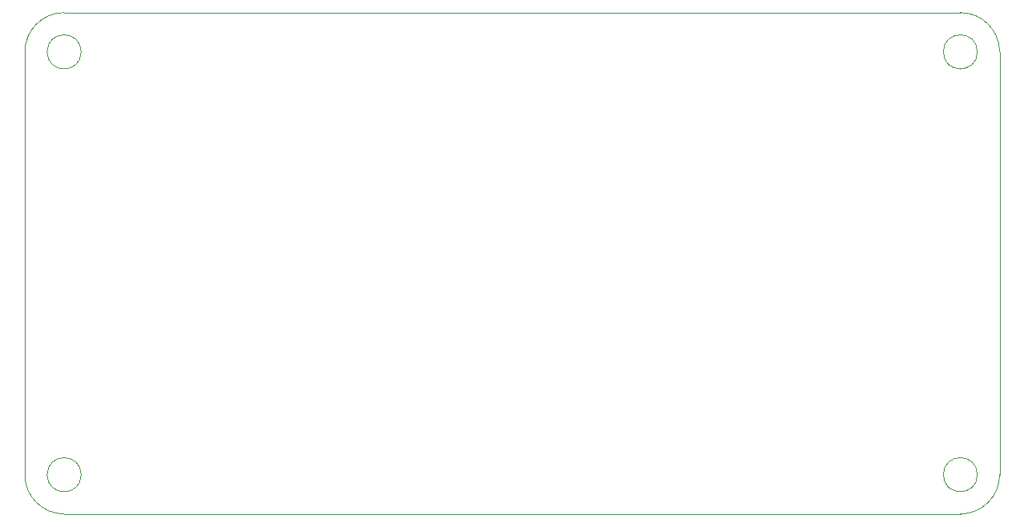
<source format=gbr>
%TF.GenerationSoftware,KiCad,Pcbnew,8.0.2-1*%
%TF.CreationDate,2024-06-18T10:28:37-04:00*%
%TF.ProjectId,Untitled,556e7469-746c-4656-942e-6b696361645f,rev?*%
%TF.SameCoordinates,Original*%
%TF.FileFunction,Profile,NP*%
%FSLAX46Y46*%
G04 Gerber Fmt 4.6, Leading zero omitted, Abs format (unit mm)*
G04 Created by KiCad (PCBNEW 8.0.2-1) date 2024-06-18 10:28:37*
%MOMM*%
%LPD*%
G01*
G04 APERTURE LIST*
%TA.AperFunction,Profile*%
%ADD10C,0.100000*%
%TD*%
%TA.AperFunction,Profile*%
%ADD11C,0.050000*%
%TD*%
G04 APERTURE END LIST*
D10*
X147350000Y-73500000D02*
G75*
G02*
X151500000Y-77650000I0J-4150000D01*
G01*
D11*
X151500000Y-77650000D02*
X151500000Y-122350000D01*
D10*
X48500000Y-77650000D02*
G75*
G02*
X52650000Y-73500000I4150000J0D01*
G01*
D11*
X52650000Y-126500000D02*
X147350000Y-126500000D01*
X52650000Y-73500000D02*
X147350000Y-73500000D01*
X48500000Y-77650000D02*
X48500000Y-122350000D01*
X54450000Y-122350000D02*
G75*
G02*
X50850000Y-122350000I-1800000J0D01*
G01*
X50850000Y-122350000D02*
G75*
G02*
X54450000Y-122350000I1800000J0D01*
G01*
X149150000Y-122350000D02*
G75*
G02*
X145550000Y-122350000I-1800000J0D01*
G01*
X145550000Y-122350000D02*
G75*
G02*
X149150000Y-122350000I1800000J0D01*
G01*
X149150000Y-77650000D02*
G75*
G02*
X145550000Y-77650000I-1800000J0D01*
G01*
X145550000Y-77650000D02*
G75*
G02*
X149150000Y-77650000I1800000J0D01*
G01*
X52650000Y-126500000D02*
G75*
G02*
X48500000Y-122350000I0J4150000D01*
G01*
D10*
X151500000Y-122350000D02*
G75*
G02*
X147350000Y-126500000I-4150000J0D01*
G01*
D11*
X54450000Y-77650000D02*
G75*
G02*
X50850000Y-77650000I-1800000J0D01*
G01*
X50850000Y-77650000D02*
G75*
G02*
X54450000Y-77650000I1800000J0D01*
G01*
M02*

</source>
